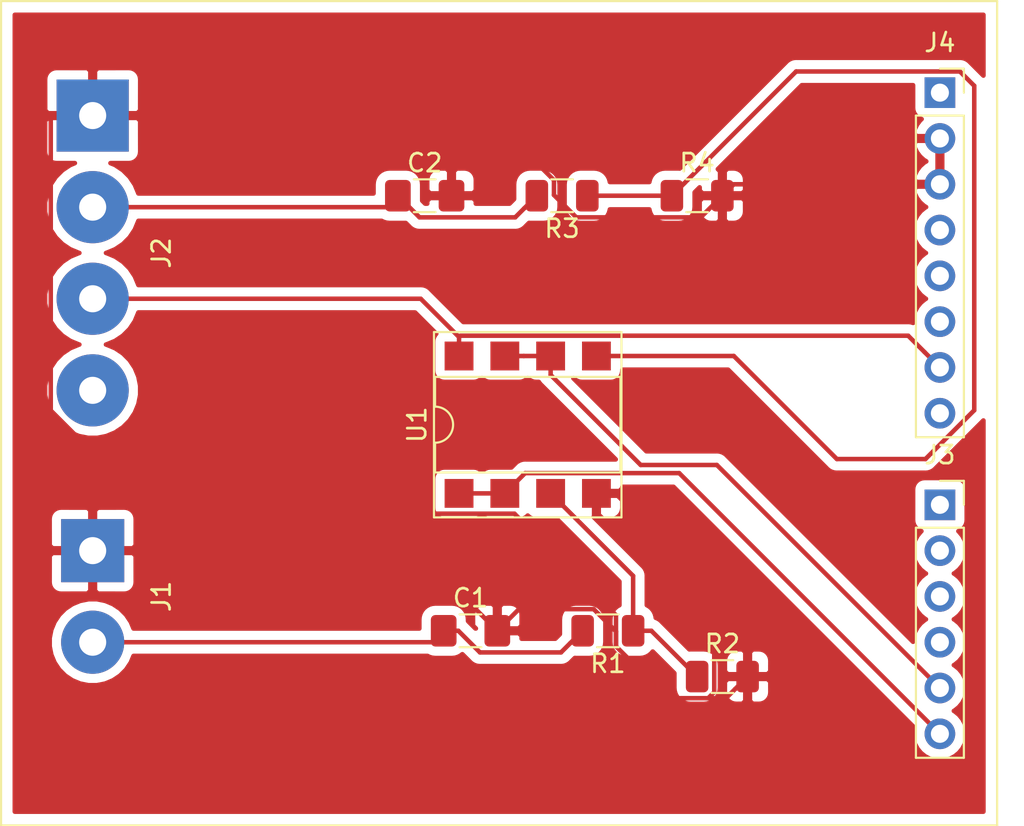
<source format=kicad_pcb>
(kicad_pcb (version 20171130) (host pcbnew "(5.1.4)-1")

  (general
    (thickness 1.6)
    (drawings 4)
    (tracks 82)
    (zones 0)
    (modules 11)
    (nets 18)
  )

  (page A4)
  (layers
    (0 F.Cu signal)
    (31 B.Cu signal)
    (32 B.Adhes user)
    (33 F.Adhes user)
    (34 B.Paste user)
    (35 F.Paste user)
    (36 B.SilkS user)
    (37 F.SilkS user)
    (38 B.Mask user)
    (39 F.Mask user)
    (40 Dwgs.User user)
    (41 Cmts.User user)
    (42 Eco1.User user)
    (43 Eco2.User user)
    (44 Edge.Cuts user)
    (45 Margin user)
    (46 B.CrtYd user)
    (47 F.CrtYd user)
    (48 B.Fab user)
    (49 F.Fab user)
  )

  (setup
    (last_trace_width 0.25)
    (trace_clearance 0.2)
    (zone_clearance 0.508)
    (zone_45_only no)
    (trace_min 0.2)
    (via_size 0.8)
    (via_drill 0.4)
    (via_min_size 0.4)
    (via_min_drill 0.3)
    (uvia_size 0.3)
    (uvia_drill 0.1)
    (uvias_allowed no)
    (uvia_min_size 0.2)
    (uvia_min_drill 0.1)
    (edge_width 0.05)
    (segment_width 0.2)
    (pcb_text_width 0.3)
    (pcb_text_size 1.5 1.5)
    (mod_edge_width 0.12)
    (mod_text_size 1 1)
    (mod_text_width 0.15)
    (pad_size 1.524 1.524)
    (pad_drill 0.762)
    (pad_to_mask_clearance 0.051)
    (solder_mask_min_width 0.25)
    (aux_axis_origin 0 0)
    (visible_elements FFFFFF7F)
    (pcbplotparams
      (layerselection 0x010fc_ffffffff)
      (usegerberextensions false)
      (usegerberattributes false)
      (usegerberadvancedattributes false)
      (creategerberjobfile false)
      (excludeedgelayer true)
      (linewidth 0.100000)
      (plotframeref false)
      (viasonmask false)
      (mode 1)
      (useauxorigin false)
      (hpglpennumber 1)
      (hpglpenspeed 20)
      (hpglpendiameter 15.000000)
      (psnegative false)
      (psa4output false)
      (plotreference true)
      (plotvalue true)
      (plotinvisibletext false)
      (padsonsilk false)
      (subtractmaskfromsilk false)
      (outputformat 1)
      (mirror false)
      (drillshape 1)
      (scaleselection 1)
      (outputdirectory ""))
  )

  (net 0 "")
  (net 1 Vol_Sensor)
  (net 2 GND)
  (net 3 Amp_Sensor)
  (net 4 +3V3)
  (net 5 "Net-(J3-Pad1)")
  (net 6 "Net-(J3-Pad2)")
  (net 7 "Net-(J3-Pad3)")
  (net 8 "Net-(J3-Pad4)")
  (net 9 A1)
  (net 10 A0)
  (net 11 "Net-(J4-Pad1)")
  (net 12 "Net-(J4-Pad4)")
  (net 13 "Net-(J4-Pad5)")
  (net 14 "Net-(J4-Pad6)")
  (net 15 "Net-(J4-Pad8)")
  (net 16 "Net-(R1-Pad1)")
  (net 17 "Net-(R3-Pad1)")

  (net_class Default "Esta es la clase de red por defecto."
    (clearance 0.2)
    (trace_width 0.25)
    (via_dia 0.8)
    (via_drill 0.4)
    (uvia_dia 0.3)
    (uvia_drill 0.1)
    (add_net +3V3)
    (add_net A0)
    (add_net A1)
    (add_net Amp_Sensor)
    (add_net GND)
    (add_net "Net-(J3-Pad1)")
    (add_net "Net-(J3-Pad2)")
    (add_net "Net-(J3-Pad3)")
    (add_net "Net-(J3-Pad4)")
    (add_net "Net-(J4-Pad1)")
    (add_net "Net-(J4-Pad4)")
    (add_net "Net-(J4-Pad5)")
    (add_net "Net-(J4-Pad6)")
    (add_net "Net-(J4-Pad8)")
    (add_net "Net-(R1-Pad1)")
    (add_net "Net-(R3-Pad1)")
    (add_net Vol_Sensor)
  )

  (module Connector_Wire:SolderWirePad_1x02_P5.08mm_Drill1.5mm (layer F.Cu) (tedit 5AEE5F19) (tstamp 5E171639)
    (at 86.995 55.88 270)
    (descr "Wire solder connection")
    (tags connector)
    (path /5E1AD550)
    (attr virtual)
    (fp_text reference J1 (at 2.54 -3.81 90) (layer F.SilkS)
      (effects (font (size 1 1) (thickness 0.15)))
    )
    (fp_text value Conn_01x02 (at 2.54 3.81 90) (layer F.Fab)
      (effects (font (size 1 1) (thickness 0.15)))
    )
    (fp_text user %R (at 2.54 0 90) (layer F.Fab)
      (effects (font (size 1 1) (thickness 0.15)))
    )
    (fp_line (start -2.25 -2.25) (end 7.33 -2.25) (layer F.CrtYd) (width 0.05))
    (fp_line (start -2.25 -2.25) (end -2.25 2.25) (layer F.CrtYd) (width 0.05))
    (fp_line (start 7.33 2.25) (end 7.33 -2.25) (layer F.CrtYd) (width 0.05))
    (fp_line (start 7.33 2.25) (end -2.25 2.25) (layer F.CrtYd) (width 0.05))
    (pad 1 thru_hole rect (at 0 0 270) (size 3.50012 3.50012) (drill 1.50114) (layers *.Cu *.Mask)
      (net 2 GND))
    (pad 2 thru_hole circle (at 5.08 0 270) (size 3.50012 3.50012) (drill 1.50114) (layers *.Cu *.Mask)
      (net 1 Vol_Sensor))
  )

  (module Capacitor_SMD:C_1206_3216Metric_Pad1.42x1.75mm_HandSolder (layer F.Cu) (tedit 5B301BBE) (tstamp 5E17161D)
    (at 107.95 60.325)
    (descr "Capacitor SMD 1206 (3216 Metric), square (rectangular) end terminal, IPC_7351 nominal with elongated pad for handsoldering. (Body size source: http://www.tortai-tech.com/upload/download/2011102023233369053.pdf), generated with kicad-footprint-generator")
    (tags "capacitor handsolder")
    (path /5E0A7951)
    (attr smd)
    (fp_text reference C1 (at 0 -1.82) (layer F.SilkS)
      (effects (font (size 1 1) (thickness 0.15)))
    )
    (fp_text value 0.1uF (at 0 1.82) (layer F.Fab)
      (effects (font (size 1 1) (thickness 0.15)))
    )
    (fp_line (start -1.6 0.8) (end -1.6 -0.8) (layer F.Fab) (width 0.1))
    (fp_line (start -1.6 -0.8) (end 1.6 -0.8) (layer F.Fab) (width 0.1))
    (fp_line (start 1.6 -0.8) (end 1.6 0.8) (layer F.Fab) (width 0.1))
    (fp_line (start 1.6 0.8) (end -1.6 0.8) (layer F.Fab) (width 0.1))
    (fp_line (start -0.602064 -0.91) (end 0.602064 -0.91) (layer F.SilkS) (width 0.12))
    (fp_line (start -0.602064 0.91) (end 0.602064 0.91) (layer F.SilkS) (width 0.12))
    (fp_line (start -2.45 1.12) (end -2.45 -1.12) (layer F.CrtYd) (width 0.05))
    (fp_line (start -2.45 -1.12) (end 2.45 -1.12) (layer F.CrtYd) (width 0.05))
    (fp_line (start 2.45 -1.12) (end 2.45 1.12) (layer F.CrtYd) (width 0.05))
    (fp_line (start 2.45 1.12) (end -2.45 1.12) (layer F.CrtYd) (width 0.05))
    (fp_text user %R (at 0 0) (layer F.Fab)
      (effects (font (size 0.8 0.8) (thickness 0.12)))
    )
    (pad 1 smd roundrect (at -1.4875 0) (size 1.425 1.75) (layers F.Cu F.Paste F.Mask) (roundrect_rratio 0.175439)
      (net 1 Vol_Sensor))
    (pad 2 smd roundrect (at 1.4875 0) (size 1.425 1.75) (layers F.Cu F.Paste F.Mask) (roundrect_rratio 0.175439)
      (net 2 GND))
    (model ${KISYS3DMOD}/Capacitor_SMD.3dshapes/C_1206_3216Metric.wrl
      (at (xyz 0 0 0))
      (scale (xyz 1 1 1))
      (rotate (xyz 0 0 0))
    )
  )

  (module Capacitor_SMD:C_1206_3216Metric_Pad1.42x1.75mm_HandSolder (layer F.Cu) (tedit 5B301BBE) (tstamp 5E17162E)
    (at 105.41 36.195)
    (descr "Capacitor SMD 1206 (3216 Metric), square (rectangular) end terminal, IPC_7351 nominal with elongated pad for handsoldering. (Body size source: http://www.tortai-tech.com/upload/download/2011102023233369053.pdf), generated with kicad-footprint-generator")
    (tags "capacitor handsolder")
    (path /5E184EC5)
    (attr smd)
    (fp_text reference C2 (at 0 -1.82) (layer F.SilkS)
      (effects (font (size 1 1) (thickness 0.15)))
    )
    (fp_text value 0.1uF (at 0 1.82) (layer F.Fab)
      (effects (font (size 1 1) (thickness 0.15)))
    )
    (fp_text user %R (at 0 0) (layer F.Fab)
      (effects (font (size 0.8 0.8) (thickness 0.12)))
    )
    (fp_line (start 2.45 1.12) (end -2.45 1.12) (layer F.CrtYd) (width 0.05))
    (fp_line (start 2.45 -1.12) (end 2.45 1.12) (layer F.CrtYd) (width 0.05))
    (fp_line (start -2.45 -1.12) (end 2.45 -1.12) (layer F.CrtYd) (width 0.05))
    (fp_line (start -2.45 1.12) (end -2.45 -1.12) (layer F.CrtYd) (width 0.05))
    (fp_line (start -0.602064 0.91) (end 0.602064 0.91) (layer F.SilkS) (width 0.12))
    (fp_line (start -0.602064 -0.91) (end 0.602064 -0.91) (layer F.SilkS) (width 0.12))
    (fp_line (start 1.6 0.8) (end -1.6 0.8) (layer F.Fab) (width 0.1))
    (fp_line (start 1.6 -0.8) (end 1.6 0.8) (layer F.Fab) (width 0.1))
    (fp_line (start -1.6 -0.8) (end 1.6 -0.8) (layer F.Fab) (width 0.1))
    (fp_line (start -1.6 0.8) (end -1.6 -0.8) (layer F.Fab) (width 0.1))
    (pad 2 smd roundrect (at 1.4875 0) (size 1.425 1.75) (layers F.Cu F.Paste F.Mask) (roundrect_rratio 0.175439)
      (net 2 GND))
    (pad 1 smd roundrect (at -1.4875 0) (size 1.425 1.75) (layers F.Cu F.Paste F.Mask) (roundrect_rratio 0.175439)
      (net 3 Amp_Sensor))
    (model ${KISYS3DMOD}/Capacitor_SMD.3dshapes/C_1206_3216Metric.wrl
      (at (xyz 0 0 0))
      (scale (xyz 1 1 1))
      (rotate (xyz 0 0 0))
    )
  )

  (module Connector_Wire:SolderWirePad_1x04_P5.08mm_Drill1.5mm (layer F.Cu) (tedit 5AEE6009) (tstamp 5E171646)
    (at 86.995 31.75 270)
    (descr "Wire solder connection")
    (tags connector)
    (path /5E1B71D7)
    (attr virtual)
    (fp_text reference J2 (at 7.62 -3.81 90) (layer F.SilkS)
      (effects (font (size 1 1) (thickness 0.15)))
    )
    (fp_text value Conn_01x03 (at 7.62 3.81 90) (layer F.Fab)
      (effects (font (size 1 1) (thickness 0.15)))
    )
    (fp_text user %R (at 7.62 0 90) (layer F.Fab)
      (effects (font (size 1 1) (thickness 0.15)))
    )
    (fp_line (start -2.5 -2.5) (end 17.74 -2.5) (layer F.CrtYd) (width 0.05))
    (fp_line (start -2.5 -2.5) (end -2.5 2.5) (layer F.CrtYd) (width 0.05))
    (fp_line (start 17.74 2.5) (end 17.74 -2.5) (layer F.CrtYd) (width 0.05))
    (fp_line (start 17.74 2.5) (end -2.5 2.5) (layer F.CrtYd) (width 0.05))
    (pad 1 thru_hole rect (at 0 0 270) (size 4.0005 4.0005) (drill 1.50114) (layers *.Cu *.Mask)
      (net 2 GND))
    (pad 2 thru_hole circle (at 5.08 0 270) (size 4.0005 4.0005) (drill 1.50114) (layers *.Cu *.Mask)
      (net 3 Amp_Sensor))
    (pad 3 thru_hole circle (at 10.16 0 270) (size 4.0005 4.0005) (drill 1.50114) (layers *.Cu *.Mask)
      (net 4 +3V3))
    (pad 4 thru_hole circle (at 15.24 0 270) (size 4.0005 4.0005) (drill 1.50114) (layers *.Cu *.Mask))
  )

  (module Resistor_SMD:R_1206_3216Metric (layer F.Cu) (tedit 5B301BBD) (tstamp 5E171691)
    (at 115.57 60.325 180)
    (descr "Resistor SMD 1206 (3216 Metric), square (rectangular) end terminal, IPC_7351 nominal, (Body size source: http://www.tortai-tech.com/upload/download/2011102023233369053.pdf), generated with kicad-footprint-generator")
    (tags resistor)
    (path /5E0A7286)
    (attr smd)
    (fp_text reference R1 (at 0 -1.82) (layer F.SilkS)
      (effects (font (size 1 1) (thickness 0.15)))
    )
    (fp_text value 22k (at 0 1.82) (layer F.Fab)
      (effects (font (size 1 1) (thickness 0.15)))
    )
    (fp_text user %R (at 0 0) (layer F.Fab)
      (effects (font (size 0.8 0.8) (thickness 0.12)))
    )
    (fp_line (start 2.28 1.12) (end -2.28 1.12) (layer F.CrtYd) (width 0.05))
    (fp_line (start 2.28 -1.12) (end 2.28 1.12) (layer F.CrtYd) (width 0.05))
    (fp_line (start -2.28 -1.12) (end 2.28 -1.12) (layer F.CrtYd) (width 0.05))
    (fp_line (start -2.28 1.12) (end -2.28 -1.12) (layer F.CrtYd) (width 0.05))
    (fp_line (start -0.602064 0.91) (end 0.602064 0.91) (layer F.SilkS) (width 0.12))
    (fp_line (start -0.602064 -0.91) (end 0.602064 -0.91) (layer F.SilkS) (width 0.12))
    (fp_line (start 1.6 0.8) (end -1.6 0.8) (layer F.Fab) (width 0.1))
    (fp_line (start 1.6 -0.8) (end 1.6 0.8) (layer F.Fab) (width 0.1))
    (fp_line (start -1.6 -0.8) (end 1.6 -0.8) (layer F.Fab) (width 0.1))
    (fp_line (start -1.6 0.8) (end -1.6 -0.8) (layer F.Fab) (width 0.1))
    (pad 2 smd roundrect (at 1.4 0 180) (size 1.25 1.75) (layers F.Cu F.Paste F.Mask) (roundrect_rratio 0.2)
      (net 1 Vol_Sensor))
    (pad 1 smd roundrect (at -1.4 0 180) (size 1.25 1.75) (layers F.Cu F.Paste F.Mask) (roundrect_rratio 0.2)
      (net 16 "Net-(R1-Pad1)"))
    (model ${KISYS3DMOD}/Resistor_SMD.3dshapes/R_1206_3216Metric.wrl
      (at (xyz 0 0 0))
      (scale (xyz 1 1 1))
      (rotate (xyz 0 0 0))
    )
  )

  (module Resistor_SMD:R_1206_3216Metric (layer F.Cu) (tedit 5B301BBD) (tstamp 5E1716A2)
    (at 121.92 62.865)
    (descr "Resistor SMD 1206 (3216 Metric), square (rectangular) end terminal, IPC_7351 nominal, (Body size source: http://www.tortai-tech.com/upload/download/2011102023233369053.pdf), generated with kicad-footprint-generator")
    (tags resistor)
    (path /5E0A692C)
    (attr smd)
    (fp_text reference R2 (at 0 -1.82) (layer F.SilkS)
      (effects (font (size 1 1) (thickness 0.15)))
    )
    (fp_text value 3.3k (at 0 1.82) (layer F.Fab)
      (effects (font (size 1 1) (thickness 0.15)))
    )
    (fp_line (start -1.6 0.8) (end -1.6 -0.8) (layer F.Fab) (width 0.1))
    (fp_line (start -1.6 -0.8) (end 1.6 -0.8) (layer F.Fab) (width 0.1))
    (fp_line (start 1.6 -0.8) (end 1.6 0.8) (layer F.Fab) (width 0.1))
    (fp_line (start 1.6 0.8) (end -1.6 0.8) (layer F.Fab) (width 0.1))
    (fp_line (start -0.602064 -0.91) (end 0.602064 -0.91) (layer F.SilkS) (width 0.12))
    (fp_line (start -0.602064 0.91) (end 0.602064 0.91) (layer F.SilkS) (width 0.12))
    (fp_line (start -2.28 1.12) (end -2.28 -1.12) (layer F.CrtYd) (width 0.05))
    (fp_line (start -2.28 -1.12) (end 2.28 -1.12) (layer F.CrtYd) (width 0.05))
    (fp_line (start 2.28 -1.12) (end 2.28 1.12) (layer F.CrtYd) (width 0.05))
    (fp_line (start 2.28 1.12) (end -2.28 1.12) (layer F.CrtYd) (width 0.05))
    (pad 1 smd roundrect (at -1.4 0) (size 1.25 1.75) (layers F.Cu F.Paste F.Mask) (roundrect_rratio 0.2)
      (net 16 "Net-(R1-Pad1)"))
    (pad 2 smd roundrect (at 1.4 0) (size 1.25 1.75) (layers F.Cu F.Paste F.Mask) (roundrect_rratio 0.2)
      (net 2 GND))
    (model ${KISYS3DMOD}/Resistor_SMD.3dshapes/R_1206_3216Metric.wrl
      (at (xyz 0 0 0))
      (scale (xyz 1 1 1))
      (rotate (xyz 0 0 0))
    )
  )

  (module Resistor_SMD:R_1206_3216Metric (layer F.Cu) (tedit 5B301BBD) (tstamp 5E1716B3)
    (at 113.03 36.195 180)
    (descr "Resistor SMD 1206 (3216 Metric), square (rectangular) end terminal, IPC_7351 nominal, (Body size source: http://www.tortai-tech.com/upload/download/2011102023233369053.pdf), generated with kicad-footprint-generator")
    (tags resistor)
    (path /5E184EBB)
    (attr smd)
    (fp_text reference R3 (at 0 -1.82) (layer F.SilkS)
      (effects (font (size 1 1) (thickness 0.15)))
    )
    (fp_text value 22k (at 0 1.82) (layer F.Fab)
      (effects (font (size 1 1) (thickness 0.15)))
    )
    (fp_text user %R (at 0 0) (layer F.Fab)
      (effects (font (size 0.8 0.8) (thickness 0.12)))
    )
    (fp_line (start 2.28 1.12) (end -2.28 1.12) (layer F.CrtYd) (width 0.05))
    (fp_line (start 2.28 -1.12) (end 2.28 1.12) (layer F.CrtYd) (width 0.05))
    (fp_line (start -2.28 -1.12) (end 2.28 -1.12) (layer F.CrtYd) (width 0.05))
    (fp_line (start -2.28 1.12) (end -2.28 -1.12) (layer F.CrtYd) (width 0.05))
    (fp_line (start -0.602064 0.91) (end 0.602064 0.91) (layer F.SilkS) (width 0.12))
    (fp_line (start -0.602064 -0.91) (end 0.602064 -0.91) (layer F.SilkS) (width 0.12))
    (fp_line (start 1.6 0.8) (end -1.6 0.8) (layer F.Fab) (width 0.1))
    (fp_line (start 1.6 -0.8) (end 1.6 0.8) (layer F.Fab) (width 0.1))
    (fp_line (start -1.6 -0.8) (end 1.6 -0.8) (layer F.Fab) (width 0.1))
    (fp_line (start -1.6 0.8) (end -1.6 -0.8) (layer F.Fab) (width 0.1))
    (pad 2 smd roundrect (at 1.4 0 180) (size 1.25 1.75) (layers F.Cu F.Paste F.Mask) (roundrect_rratio 0.2)
      (net 3 Amp_Sensor))
    (pad 1 smd roundrect (at -1.4 0 180) (size 1.25 1.75) (layers F.Cu F.Paste F.Mask) (roundrect_rratio 0.2)
      (net 17 "Net-(R3-Pad1)"))
    (model ${KISYS3DMOD}/Resistor_SMD.3dshapes/R_1206_3216Metric.wrl
      (at (xyz 0 0 0))
      (scale (xyz 1 1 1))
      (rotate (xyz 0 0 0))
    )
  )

  (module Resistor_SMD:R_1206_3216Metric (layer F.Cu) (tedit 5B301BBD) (tstamp 5E1716C4)
    (at 120.52 36.195)
    (descr "Resistor SMD 1206 (3216 Metric), square (rectangular) end terminal, IPC_7351 nominal, (Body size source: http://www.tortai-tech.com/upload/download/2011102023233369053.pdf), generated with kicad-footprint-generator")
    (tags resistor)
    (path /5E184EB1)
    (attr smd)
    (fp_text reference R4 (at 0 -1.82) (layer F.SilkS)
      (effects (font (size 1 1) (thickness 0.15)))
    )
    (fp_text value 3.3k (at 0 1.82) (layer F.Fab)
      (effects (font (size 1 1) (thickness 0.15)))
    )
    (fp_line (start -1.6 0.8) (end -1.6 -0.8) (layer F.Fab) (width 0.1))
    (fp_line (start -1.6 -0.8) (end 1.6 -0.8) (layer F.Fab) (width 0.1))
    (fp_line (start 1.6 -0.8) (end 1.6 0.8) (layer F.Fab) (width 0.1))
    (fp_line (start 1.6 0.8) (end -1.6 0.8) (layer F.Fab) (width 0.1))
    (fp_line (start -0.602064 -0.91) (end 0.602064 -0.91) (layer F.SilkS) (width 0.12))
    (fp_line (start -0.602064 0.91) (end 0.602064 0.91) (layer F.SilkS) (width 0.12))
    (fp_line (start -2.28 1.12) (end -2.28 -1.12) (layer F.CrtYd) (width 0.05))
    (fp_line (start -2.28 -1.12) (end 2.28 -1.12) (layer F.CrtYd) (width 0.05))
    (fp_line (start 2.28 -1.12) (end 2.28 1.12) (layer F.CrtYd) (width 0.05))
    (fp_line (start 2.28 1.12) (end -2.28 1.12) (layer F.CrtYd) (width 0.05))
    (fp_text user %R (at 0 0) (layer F.Fab)
      (effects (font (size 0.8 0.8) (thickness 0.12)))
    )
    (pad 1 smd roundrect (at -1.4 0) (size 1.25 1.75) (layers F.Cu F.Paste F.Mask) (roundrect_rratio 0.2)
      (net 17 "Net-(R3-Pad1)"))
    (pad 2 smd roundrect (at 1.4 0) (size 1.25 1.75) (layers F.Cu F.Paste F.Mask) (roundrect_rratio 0.2)
      (net 2 GND))
    (model ${KISYS3DMOD}/Resistor_SMD.3dshapes/R_1206_3216Metric.wrl
      (at (xyz 0 0 0))
      (scale (xyz 1 1 1))
      (rotate (xyz 0 0 0))
    )
  )

  (module Package_DIP:DIP-8_W7.62mm_SMDSocket_SmallPads (layer F.Cu) (tedit 5A02E8C5) (tstamp 5E1716E8)
    (at 111.125 48.895 90)
    (descr "8-lead though-hole mounted DIP package, row spacing 7.62 mm (300 mils), SMDSocket, SmallPads")
    (tags "THT DIP DIL PDIP 2.54mm 7.62mm 300mil SMDSocket SmallPads")
    (path /5E176609)
    (attr smd)
    (fp_text reference U1 (at 0 -6.14 90) (layer F.SilkS)
      (effects (font (size 1 1) (thickness 0.15)))
    )
    (fp_text value LM358 (at 0 6.14 90) (layer F.Fab)
      (effects (font (size 1 1) (thickness 0.15)))
    )
    (fp_arc (start 0 -5.14) (end -1 -5.14) (angle -180) (layer F.SilkS) (width 0.12))
    (fp_line (start -2.175 -5.08) (end 3.175 -5.08) (layer F.Fab) (width 0.1))
    (fp_line (start 3.175 -5.08) (end 3.175 5.08) (layer F.Fab) (width 0.1))
    (fp_line (start 3.175 5.08) (end -3.175 5.08) (layer F.Fab) (width 0.1))
    (fp_line (start -3.175 5.08) (end -3.175 -4.08) (layer F.Fab) (width 0.1))
    (fp_line (start -3.175 -4.08) (end -2.175 -5.08) (layer F.Fab) (width 0.1))
    (fp_line (start -5.08 -5.14) (end -5.08 5.14) (layer F.Fab) (width 0.1))
    (fp_line (start -5.08 5.14) (end 5.08 5.14) (layer F.Fab) (width 0.1))
    (fp_line (start 5.08 5.14) (end 5.08 -5.14) (layer F.Fab) (width 0.1))
    (fp_line (start 5.08 -5.14) (end -5.08 -5.14) (layer F.Fab) (width 0.1))
    (fp_line (start -1 -5.14) (end -2.65 -5.14) (layer F.SilkS) (width 0.12))
    (fp_line (start -2.65 -5.14) (end -2.65 5.14) (layer F.SilkS) (width 0.12))
    (fp_line (start -2.65 5.14) (end 2.65 5.14) (layer F.SilkS) (width 0.12))
    (fp_line (start 2.65 5.14) (end 2.65 -5.14) (layer F.SilkS) (width 0.12))
    (fp_line (start 2.65 -5.14) (end 1 -5.14) (layer F.SilkS) (width 0.12))
    (fp_line (start -5.14 -5.2) (end -5.14 5.2) (layer F.SilkS) (width 0.12))
    (fp_line (start -5.14 5.2) (end 5.14 5.2) (layer F.SilkS) (width 0.12))
    (fp_line (start 5.14 5.2) (end 5.14 -5.2) (layer F.SilkS) (width 0.12))
    (fp_line (start 5.14 -5.2) (end -5.14 -5.2) (layer F.SilkS) (width 0.12))
    (fp_line (start -5.35 -5.4) (end -5.35 5.4) (layer F.CrtYd) (width 0.05))
    (fp_line (start -5.35 5.4) (end 5.35 5.4) (layer F.CrtYd) (width 0.05))
    (fp_line (start 5.35 5.4) (end 5.35 -5.4) (layer F.CrtYd) (width 0.05))
    (fp_line (start 5.35 -5.4) (end -5.35 -5.4) (layer F.CrtYd) (width 0.05))
    (fp_text user %R (at 0 0 90) (layer F.Fab)
      (effects (font (size 1 1) (thickness 0.15)))
    )
    (pad 1 smd rect (at -3.81 -3.81 90) (size 1.6 1.6) (layers F.Cu F.Paste F.Mask)
      (net 10 A0))
    (pad 5 smd rect (at 3.81 3.81 90) (size 1.6 1.6) (layers F.Cu F.Paste F.Mask)
      (net 17 "Net-(R3-Pad1)"))
    (pad 2 smd rect (at -3.81 -1.27 90) (size 1.6 1.6) (layers F.Cu F.Paste F.Mask)
      (net 10 A0))
    (pad 6 smd rect (at 3.81 1.27 90) (size 1.6 1.6) (layers F.Cu F.Paste F.Mask)
      (net 9 A1))
    (pad 3 smd rect (at -3.81 1.27 90) (size 1.6 1.6) (layers F.Cu F.Paste F.Mask)
      (net 16 "Net-(R1-Pad1)"))
    (pad 7 smd rect (at 3.81 -1.27 90) (size 1.6 1.6) (layers F.Cu F.Paste F.Mask)
      (net 9 A1))
    (pad 4 smd rect (at -3.81 3.81 90) (size 1.6 1.6) (layers F.Cu F.Paste F.Mask)
      (net 2 GND))
    (pad 8 smd rect (at 3.81 -3.81 90) (size 1.6 1.6) (layers F.Cu F.Paste F.Mask)
      (net 4 +3V3))
    (model ${KISYS3DMOD}/Package_DIP.3dshapes/DIP-8_W7.62mm_SMDSocket.wrl
      (at (xyz 0 0 0))
      (scale (xyz 1 1 1))
      (rotate (xyz 0 0 0))
    )
  )

  (module Connector_PinSocket_2.54mm:PinSocket_1x06_P2.54mm_Vertical (layer F.Cu) (tedit 5A19A430) (tstamp 5E172F12)
    (at 133.985 53.34)
    (descr "Through hole straight socket strip, 1x06, 2.54mm pitch, single row (from Kicad 4.0.7), script generated")
    (tags "Through hole socket strip THT 1x06 2.54mm single row")
    (path /5E1A590D)
    (fp_text reference J3 (at 0 -2.77) (layer F.SilkS)
      (effects (font (size 1 1) (thickness 0.15)))
    )
    (fp_text value Conn_01x06 (at 0 15.47) (layer F.Fab)
      (effects (font (size 1 1) (thickness 0.15)))
    )
    (fp_line (start -1.27 -1.27) (end 0.635 -1.27) (layer F.Fab) (width 0.1))
    (fp_line (start 0.635 -1.27) (end 1.27 -0.635) (layer F.Fab) (width 0.1))
    (fp_line (start 1.27 -0.635) (end 1.27 13.97) (layer F.Fab) (width 0.1))
    (fp_line (start 1.27 13.97) (end -1.27 13.97) (layer F.Fab) (width 0.1))
    (fp_line (start -1.27 13.97) (end -1.27 -1.27) (layer F.Fab) (width 0.1))
    (fp_line (start -1.33 1.27) (end 1.33 1.27) (layer F.SilkS) (width 0.12))
    (fp_line (start -1.33 1.27) (end -1.33 14.03) (layer F.SilkS) (width 0.12))
    (fp_line (start -1.33 14.03) (end 1.33 14.03) (layer F.SilkS) (width 0.12))
    (fp_line (start 1.33 1.27) (end 1.33 14.03) (layer F.SilkS) (width 0.12))
    (fp_line (start 1.33 -1.33) (end 1.33 0) (layer F.SilkS) (width 0.12))
    (fp_line (start 0 -1.33) (end 1.33 -1.33) (layer F.SilkS) (width 0.12))
    (fp_line (start -1.8 -1.8) (end 1.75 -1.8) (layer F.CrtYd) (width 0.05))
    (fp_line (start 1.75 -1.8) (end 1.75 14.45) (layer F.CrtYd) (width 0.05))
    (fp_line (start 1.75 14.45) (end -1.8 14.45) (layer F.CrtYd) (width 0.05))
    (fp_line (start -1.8 14.45) (end -1.8 -1.8) (layer F.CrtYd) (width 0.05))
    (fp_text user %R (at 0 6.35 90) (layer F.Fab)
      (effects (font (size 1 1) (thickness 0.15)))
    )
    (pad 1 thru_hole rect (at 0 0) (size 1.7 1.7) (drill 1) (layers *.Cu *.Mask)
      (net 5 "Net-(J3-Pad1)"))
    (pad 2 thru_hole oval (at 0 2.54) (size 1.7 1.7) (drill 1) (layers *.Cu *.Mask)
      (net 6 "Net-(J3-Pad2)"))
    (pad 3 thru_hole oval (at 0 5.08) (size 1.7 1.7) (drill 1) (layers *.Cu *.Mask)
      (net 7 "Net-(J3-Pad3)"))
    (pad 4 thru_hole oval (at 0 7.62) (size 1.7 1.7) (drill 1) (layers *.Cu *.Mask)
      (net 8 "Net-(J3-Pad4)"))
    (pad 5 thru_hole oval (at 0 10.16) (size 1.7 1.7) (drill 1) (layers *.Cu *.Mask)
      (net 9 A1))
    (pad 6 thru_hole oval (at 0 12.7) (size 1.7 1.7) (drill 1) (layers *.Cu *.Mask)
      (net 10 A0))
    (model ${KISYS3DMOD}/Connector_PinSocket_2.54mm.3dshapes/PinSocket_1x06_P2.54mm_Vertical.wrl
      (at (xyz 0 0 0))
      (scale (xyz 1 1 1))
      (rotate (xyz 0 0 0))
    )
  )

  (module Connector_PinSocket_2.54mm:PinSocket_1x08_P2.54mm_Vertical (layer F.Cu) (tedit 5A19A420) (tstamp 5E172F2B)
    (at 133.985 30.48)
    (descr "Through hole straight socket strip, 1x08, 2.54mm pitch, single row (from Kicad 4.0.7), script generated")
    (tags "Through hole socket strip THT 1x08 2.54mm single row")
    (path /5E1A6946)
    (fp_text reference J4 (at 0 -2.77) (layer F.SilkS)
      (effects (font (size 1 1) (thickness 0.15)))
    )
    (fp_text value Conn_01x08 (at 0 20.55) (layer F.Fab)
      (effects (font (size 1 1) (thickness 0.15)))
    )
    (fp_line (start -1.27 -1.27) (end 0.635 -1.27) (layer F.Fab) (width 0.1))
    (fp_line (start 0.635 -1.27) (end 1.27 -0.635) (layer F.Fab) (width 0.1))
    (fp_line (start 1.27 -0.635) (end 1.27 19.05) (layer F.Fab) (width 0.1))
    (fp_line (start 1.27 19.05) (end -1.27 19.05) (layer F.Fab) (width 0.1))
    (fp_line (start -1.27 19.05) (end -1.27 -1.27) (layer F.Fab) (width 0.1))
    (fp_line (start -1.33 1.27) (end 1.33 1.27) (layer F.SilkS) (width 0.12))
    (fp_line (start -1.33 1.27) (end -1.33 19.11) (layer F.SilkS) (width 0.12))
    (fp_line (start -1.33 19.11) (end 1.33 19.11) (layer F.SilkS) (width 0.12))
    (fp_line (start 1.33 1.27) (end 1.33 19.11) (layer F.SilkS) (width 0.12))
    (fp_line (start 1.33 -1.33) (end 1.33 0) (layer F.SilkS) (width 0.12))
    (fp_line (start 0 -1.33) (end 1.33 -1.33) (layer F.SilkS) (width 0.12))
    (fp_line (start -1.8 -1.8) (end 1.75 -1.8) (layer F.CrtYd) (width 0.05))
    (fp_line (start 1.75 -1.8) (end 1.75 19.55) (layer F.CrtYd) (width 0.05))
    (fp_line (start 1.75 19.55) (end -1.8 19.55) (layer F.CrtYd) (width 0.05))
    (fp_line (start -1.8 19.55) (end -1.8 -1.8) (layer F.CrtYd) (width 0.05))
    (fp_text user %R (at 0 8.89 90) (layer F.Fab)
      (effects (font (size 1 1) (thickness 0.15)))
    )
    (pad 1 thru_hole rect (at 0 0) (size 1.7 1.7) (drill 1) (layers *.Cu *.Mask)
      (net 11 "Net-(J4-Pad1)"))
    (pad 2 thru_hole oval (at 0 2.54) (size 1.7 1.7) (drill 1) (layers *.Cu *.Mask)
      (net 2 GND))
    (pad 3 thru_hole oval (at 0 5.08) (size 1.7 1.7) (drill 1) (layers *.Cu *.Mask)
      (net 2 GND))
    (pad 4 thru_hole oval (at 0 7.62) (size 1.7 1.7) (drill 1) (layers *.Cu *.Mask)
      (net 12 "Net-(J4-Pad4)"))
    (pad 5 thru_hole oval (at 0 10.16) (size 1.7 1.7) (drill 1) (layers *.Cu *.Mask)
      (net 13 "Net-(J4-Pad5)"))
    (pad 6 thru_hole oval (at 0 12.7) (size 1.7 1.7) (drill 1) (layers *.Cu *.Mask)
      (net 14 "Net-(J4-Pad6)"))
    (pad 7 thru_hole oval (at 0 15.24) (size 1.7 1.7) (drill 1) (layers *.Cu *.Mask)
      (net 4 +3V3))
    (pad 8 thru_hole oval (at 0 17.78) (size 1.7 1.7) (drill 1) (layers *.Cu *.Mask)
      (net 15 "Net-(J4-Pad8)"))
    (model ${KISYS3DMOD}/Connector_PinSocket_2.54mm.3dshapes/PinSocket_1x08_P2.54mm_Vertical.wrl
      (at (xyz 0 0 0))
      (scale (xyz 1 1 1))
      (rotate (xyz 0 0 0))
    )
  )

  (gr_line (start 81.915 71.12) (end 81.915 25.4) (layer F.SilkS) (width 0.12) (tstamp 5E173669))
  (gr_line (start 137.16 71.12) (end 81.915 71.12) (layer F.SilkS) (width 0.12))
  (gr_line (start 137.16 25.4) (end 137.16 71.12) (layer F.SilkS) (width 0.12))
  (gr_line (start 81.915 25.4) (end 137.16 25.4) (layer F.SilkS) (width 0.12))

  (segment (start 105.8275 60.96) (end 106.4625 60.325) (width 0.25) (layer F.Cu) (net 1))
  (segment (start 86.995 60.96) (end 105.8275 60.96) (width 0.25) (layer F.Cu) (net 1))
  (segment (start 113.47429 61.02071) (end 114.17 60.325) (width 0.25) (layer F.Cu) (net 1))
  (segment (start 112.96999 61.52501) (end 113.47429 61.02071) (width 0.25) (layer F.Cu) (net 1))
  (segment (start 108.47501 61.52501) (end 112.96999 61.52501) (width 0.25) (layer F.Cu) (net 1))
  (segment (start 107.275 60.325) (end 108.47501 61.52501) (width 0.25) (layer F.Cu) (net 1))
  (segment (start 106.4625 60.325) (end 107.275 60.325) (width 0.25) (layer F.Cu) (net 1))
  (segment (start 115.985 52.705) (end 114.935 52.705) (width 0.25) (layer F.Cu) (net 2))
  (segment (start 123.32 60.04) (end 115.985 52.705) (width 0.25) (layer F.Cu) (net 2))
  (segment (start 123.32 62.865) (end 123.32 60.04) (width 0.25) (layer F.Cu) (net 2))
  (segment (start 104.9925 55.88) (end 109.4375 60.325) (width 0.25) (layer F.Cu) (net 2))
  (segment (start 86.995 55.88) (end 104.9925 55.88) (width 0.25) (layer F.Cu) (net 2))
  (segment (start 122.11999 64.06501) (end 122.62429 63.56071) (width 0.25) (layer F.Cu) (net 2))
  (segment (start 116.01999 60.3618) (end 116.01999 61.18818) (width 0.25) (layer F.Cu) (net 2))
  (segment (start 114.78318 59.12499) (end 116.01999 60.3618) (width 0.25) (layer F.Cu) (net 2))
  (segment (start 122.62429 63.56071) (end 123.32 62.865) (width 0.25) (layer F.Cu) (net 2))
  (segment (start 110.63751 59.12499) (end 114.78318 59.12499) (width 0.25) (layer F.Cu) (net 2))
  (segment (start 118.89682 64.06501) (end 122.11999 64.06501) (width 0.25) (layer F.Cu) (net 2))
  (segment (start 109.4375 60.325) (end 110.63751 59.12499) (width 0.25) (layer F.Cu) (net 2))
  (segment (start 122.555 35.56) (end 121.92 36.195) (width 0.25) (layer F.Cu) (net 2))
  (segment (start 133.985 35.56) (end 122.555 35.56) (width 0.25) (layer F.Cu) (net 2))
  (segment (start 133.985 33.02) (end 133.985 35.56) (width 0.25) (layer F.Cu) (net 2))
  (segment (start 89.24525 31.75) (end 86.995 31.75) (width 0.25) (layer F.Cu) (net 2))
  (segment (start 108.99819 31.75) (end 89.24525 31.75) (width 0.25) (layer F.Cu) (net 2))
  (segment (start 112.58001 35.33182) (end 108.99819 31.75) (width 0.25) (layer F.Cu) (net 2))
  (segment (start 112.58001 36.1582) (end 112.58001 35.33182) (width 0.25) (layer F.Cu) (net 2))
  (segment (start 120.71999 37.39501) (end 113.81682 37.39501) (width 0.25) (layer F.Cu) (net 2))
  (segment (start 113.81682 37.39501) (end 112.58001 36.1582) (width 0.25) (layer F.Cu) (net 2))
  (segment (start 121.92 36.195) (end 120.71999 37.39501) (width 0.25) (layer F.Cu) (net 2))
  (segment (start 106.8975 36.195) (end 106.8975 33.4375) (width 0.25) (layer F.Cu) (net 2))
  (segment (start 108.585 31.75) (end 108.99819 31.75) (width 0.25) (layer F.Cu) (net 2))
  (segment (start 106.8975 33.4375) (end 108.585 31.75) (width 0.25) (layer F.Cu) (net 2))
  (segment (start 84.669749 48.106121) (end 84.669749 31.825001) (width 0.25) (layer F.Cu) (net 2))
  (segment (start 90.393629 53.830001) (end 84.669749 48.106121) (width 0.25) (layer F.Cu) (net 2))
  (segment (start 84.74475 31.75) (end 86.995 31.75) (width 0.25) (layer F.Cu) (net 2))
  (segment (start 110.388171 53.830001) (end 90.393629 53.830001) (width 0.25) (layer F.Cu) (net 2))
  (segment (start 116.01999 59.46182) (end 110.388171 53.830001) (width 0.25) (layer F.Cu) (net 2))
  (segment (start 116.01999 61.18818) (end 116.01999 59.46182) (width 0.25) (layer F.Cu) (net 2))
  (segment (start 84.669749 31.825001) (end 84.74475 31.75) (width 0.25) (layer F.Cu) (net 2))
  (segment (start 118.89682 64.06501) (end 116.01999 61.18818) (width 0.25) (layer F.Cu) (net 2))
  (segment (start 121.13318 64.06501) (end 118.89682 64.06501) (width 0.25) (layer F.Cu) (net 2))
  (segment (start 121.47001 63.72818) (end 121.13318 64.06501) (width 0.25) (layer F.Cu) (net 2))
  (segment (start 121.47001 60.29001) (end 121.47001 63.72818) (width 0.25) (layer F.Cu) (net 2))
  (segment (start 114.935 53.755) (end 121.47001 60.29001) (width 0.25) (layer F.Cu) (net 2))
  (segment (start 114.935 52.705) (end 114.935 53.755) (width 0.25) (layer F.Cu) (net 2))
  (segment (start 103.2875 36.83) (end 103.9225 36.195) (width 0.25) (layer F.Cu) (net 3))
  (segment (start 86.995 36.83) (end 103.2875 36.83) (width 0.25) (layer F.Cu) (net 3))
  (segment (start 110.93429 36.89071) (end 111.63 36.195) (width 0.25) (layer F.Cu) (net 3))
  (segment (start 110.42999 37.39501) (end 110.93429 36.89071) (width 0.25) (layer F.Cu) (net 3))
  (segment (start 105.12251 37.39501) (end 110.42999 37.39501) (width 0.25) (layer F.Cu) (net 3))
  (segment (start 103.9225 36.195) (end 105.12251 37.39501) (width 0.25) (layer F.Cu) (net 3))
  (segment (start 105.19 41.91) (end 107.315 44.035) (width 0.25) (layer F.Cu) (net 4))
  (segment (start 86.995 41.91) (end 105.19 41.91) (width 0.25) (layer F.Cu) (net 4))
  (segment (start 133.135001 44.870001) (end 133.985 45.72) (width 0.25) (layer F.Cu) (net 4))
  (segment (start 132.224999 43.959999) (end 133.135001 44.870001) (width 0.25) (layer F.Cu) (net 4))
  (segment (start 107.390001 43.959999) (end 132.224999 43.959999) (width 0.25) (layer F.Cu) (net 4))
  (segment (start 107.315 44.035) (end 107.390001 43.959999) (width 0.25) (layer F.Cu) (net 4))
  (segment (start 107.315 45.085) (end 107.315 44.035) (width 0.25) (layer F.Cu) (net 4))
  (segment (start 112.395 46.135) (end 112.395 45.085) (width 0.25) (layer F.Cu) (net 9))
  (segment (start 117.389989 51.129989) (end 112.395 46.135) (width 0.25) (layer F.Cu) (net 9))
  (segment (start 121.614989 51.129989) (end 117.389989 51.129989) (width 0.25) (layer F.Cu) (net 9))
  (segment (start 133.985 63.5) (end 121.614989 51.129989) (width 0.25) (layer F.Cu) (net 9))
  (segment (start 110.905 45.085) (end 112.395 45.085) (width 0.25) (layer F.Cu) (net 9))
  (segment (start 109.855 45.085) (end 110.905 45.085) (width 0.25) (layer F.Cu) (net 9))
  (segment (start 110.980001 51.579999) (end 109.855 52.705) (width 0.25) (layer F.Cu) (net 10))
  (segment (start 133.985 66.04) (end 119.524999 51.579999) (width 0.25) (layer F.Cu) (net 10))
  (segment (start 119.524999 51.579999) (end 110.980001 51.579999) (width 0.25) (layer F.Cu) (net 10))
  (segment (start 109.855 52.705) (end 107.315 52.705) (width 0.25) (layer F.Cu) (net 10))
  (segment (start 117.98 60.325) (end 120.52 62.865) (width 0.25) (layer F.Cu) (net 16))
  (segment (start 116.97 60.325) (end 117.98 60.325) (width 0.25) (layer F.Cu) (net 16))
  (segment (start 116.97 57.28) (end 112.395 52.705) (width 0.25) (layer F.Cu) (net 16))
  (segment (start 116.97 60.325) (end 116.97 57.28) (width 0.25) (layer F.Cu) (net 16))
  (segment (start 114.935 45.085) (end 122.555 45.085) (width 0.25) (layer F.Cu) (net 17))
  (segment (start 122.555 45.085) (end 128.27 50.8) (width 0.25) (layer F.Cu) (net 17))
  (segment (start 133.184002 50.8) (end 135.89 48.094002) (width 0.25) (layer F.Cu) (net 17))
  (segment (start 128.27 50.8) (end 133.184002 50.8) (width 0.25) (layer F.Cu) (net 17))
  (segment (start 119.81571 35.49929) (end 119.12 36.195) (width 0.25) (layer F.Cu) (net 17))
  (segment (start 126.010001 29.304999) (end 119.81571 35.49929) (width 0.25) (layer F.Cu) (net 17))
  (segment (start 135.095001 29.304999) (end 126.010001 29.304999) (width 0.25) (layer F.Cu) (net 17))
  (segment (start 135.89 30.099998) (end 135.095001 29.304999) (width 0.25) (layer F.Cu) (net 17))
  (segment (start 135.89 48.094002) (end 135.89 30.099998) (width 0.25) (layer F.Cu) (net 17))
  (segment (start 114.43 36.195) (end 119.12 36.195) (width 0.25) (layer F.Cu) (net 17))

  (zone (net 2) (net_name GND) (layer F.Cu) (tstamp 0) (hatch edge 0.508)
    (connect_pads (clearance 0.508))
    (min_thickness 0.254)
    (fill yes (arc_segments 32) (thermal_gap 0.508) (thermal_bridge_width 0.508))
    (polygon
      (pts
        (xy 82.55 26.035) (xy 136.525 26.035) (xy 136.525 70.485) (xy 82.55 70.485)
      )
    )
    (filled_polygon
      (pts
        (xy 136.398 29.533197) (xy 135.658804 28.794001) (xy 135.635002 28.764998) (xy 135.519277 28.670025) (xy 135.387248 28.599453)
        (xy 135.243987 28.555996) (xy 135.132334 28.544999) (xy 135.132323 28.544999) (xy 135.095001 28.541323) (xy 135.057679 28.544999)
        (xy 126.047323 28.544999) (xy 126.01 28.541323) (xy 125.972677 28.544999) (xy 125.972668 28.544999) (xy 125.861015 28.555996)
        (xy 125.717754 28.599453) (xy 125.585725 28.670025) (xy 125.47 28.764998) (xy 125.446202 28.793996) (xy 119.552598 34.687601)
        (xy 119.495 34.681928) (xy 118.745 34.681928) (xy 118.571746 34.698992) (xy 118.40515 34.749528) (xy 118.251614 34.831595)
        (xy 118.117038 34.942038) (xy 118.006595 35.076614) (xy 117.924528 35.23015) (xy 117.873992 35.396746) (xy 117.870224 35.435)
        (xy 115.679776 35.435) (xy 115.676008 35.396746) (xy 115.625472 35.23015) (xy 115.543405 35.076614) (xy 115.432962 34.942038)
        (xy 115.298386 34.831595) (xy 115.14485 34.749528) (xy 114.978254 34.698992) (xy 114.805 34.681928) (xy 114.055 34.681928)
        (xy 113.881746 34.698992) (xy 113.71515 34.749528) (xy 113.561614 34.831595) (xy 113.427038 34.942038) (xy 113.316595 35.076614)
        (xy 113.234528 35.23015) (xy 113.183992 35.396746) (xy 113.166928 35.57) (xy 113.166928 36.82) (xy 113.183992 36.993254)
        (xy 113.234528 37.15985) (xy 113.316595 37.313386) (xy 113.427038 37.447962) (xy 113.561614 37.558405) (xy 113.71515 37.640472)
        (xy 113.881746 37.691008) (xy 114.055 37.708072) (xy 114.805 37.708072) (xy 114.978254 37.691008) (xy 115.14485 37.640472)
        (xy 115.298386 37.558405) (xy 115.432962 37.447962) (xy 115.543405 37.313386) (xy 115.625472 37.15985) (xy 115.676008 36.993254)
        (xy 115.679776 36.955) (xy 117.870224 36.955) (xy 117.873992 36.993254) (xy 117.924528 37.15985) (xy 118.006595 37.313386)
        (xy 118.117038 37.447962) (xy 118.251614 37.558405) (xy 118.40515 37.640472) (xy 118.571746 37.691008) (xy 118.745 37.708072)
        (xy 119.495 37.708072) (xy 119.668254 37.691008) (xy 119.83485 37.640472) (xy 119.988386 37.558405) (xy 120.122962 37.447962)
        (xy 120.233405 37.313386) (xy 120.315472 37.15985) (xy 120.342727 37.07) (xy 120.656928 37.07) (xy 120.669188 37.194482)
        (xy 120.705498 37.31418) (xy 120.764463 37.424494) (xy 120.843815 37.521185) (xy 120.940506 37.600537) (xy 121.05082 37.659502)
        (xy 121.170518 37.695812) (xy 121.295 37.708072) (xy 121.63425 37.705) (xy 121.793 37.54625) (xy 121.793 36.322)
        (xy 122.047 36.322) (xy 122.047 37.54625) (xy 122.20575 37.705) (xy 122.545 37.708072) (xy 122.669482 37.695812)
        (xy 122.78918 37.659502) (xy 122.899494 37.600537) (xy 122.996185 37.521185) (xy 123.075537 37.424494) (xy 123.134502 37.31418)
        (xy 123.170812 37.194482) (xy 123.183072 37.07) (xy 123.18 36.48075) (xy 123.02125 36.322) (xy 122.047 36.322)
        (xy 121.793 36.322) (xy 120.81875 36.322) (xy 120.66 36.48075) (xy 120.656928 37.07) (xy 120.342727 37.07)
        (xy 120.366008 36.993254) (xy 120.383072 36.82) (xy 120.383072 36.006729) (xy 120.659069 35.730732) (xy 120.66 35.90925)
        (xy 120.81875 36.068) (xy 121.793 36.068) (xy 121.793 34.84375) (xy 122.047 34.84375) (xy 122.047 36.068)
        (xy 123.02125 36.068) (xy 123.18 35.90925) (xy 123.183072 35.32) (xy 123.170812 35.195518) (xy 123.134502 35.07582)
        (xy 123.075537 34.965506) (xy 122.996185 34.868815) (xy 122.899494 34.789463) (xy 122.78918 34.730498) (xy 122.669482 34.694188)
        (xy 122.545 34.681928) (xy 122.20575 34.685) (xy 122.047 34.84375) (xy 121.793 34.84375) (xy 121.669526 34.720276)
        (xy 123.012912 33.37689) (xy 132.543524 33.37689) (xy 132.588175 33.524099) (xy 132.713359 33.78692) (xy 132.887412 34.020269)
        (xy 133.103645 34.215178) (xy 133.229255 34.29) (xy 133.103645 34.364822) (xy 132.887412 34.559731) (xy 132.713359 34.79308)
        (xy 132.588175 35.055901) (xy 132.543524 35.20311) (xy 132.664845 35.433) (xy 133.858 35.433) (xy 133.858 33.147)
        (xy 132.664845 33.147) (xy 132.543524 33.37689) (xy 123.012912 33.37689) (xy 126.324803 30.064999) (xy 132.496928 30.064999)
        (xy 132.496928 31.33) (xy 132.509188 31.454482) (xy 132.545498 31.57418) (xy 132.604463 31.684494) (xy 132.683815 31.781185)
        (xy 132.780506 31.860537) (xy 132.89082 31.919502) (xy 132.971466 31.943966) (xy 132.887412 32.019731) (xy 132.713359 32.25308)
        (xy 132.588175 32.515901) (xy 132.543524 32.66311) (xy 132.664845 32.893) (xy 133.858 32.893) (xy 133.858 32.873)
        (xy 134.112 32.873) (xy 134.112 32.893) (xy 134.132 32.893) (xy 134.132 33.147) (xy 134.112 33.147)
        (xy 134.112 35.433) (xy 134.132 35.433) (xy 134.132 35.687) (xy 134.112 35.687) (xy 134.112 35.707)
        (xy 133.858 35.707) (xy 133.858 35.687) (xy 132.664845 35.687) (xy 132.543524 35.91689) (xy 132.588175 36.064099)
        (xy 132.713359 36.32692) (xy 132.887412 36.560269) (xy 133.103645 36.755178) (xy 133.220523 36.824799) (xy 133.155986 36.859294)
        (xy 132.929866 37.044866) (xy 132.744294 37.270986) (xy 132.606401 37.528966) (xy 132.521487 37.808889) (xy 132.492815 38.1)
        (xy 132.521487 38.391111) (xy 132.606401 38.671034) (xy 132.744294 38.929014) (xy 132.929866 39.155134) (xy 133.155986 39.340706)
        (xy 133.210791 39.37) (xy 133.155986 39.399294) (xy 132.929866 39.584866) (xy 132.744294 39.810986) (xy 132.606401 40.068966)
        (xy 132.521487 40.348889) (xy 132.492815 40.64) (xy 132.521487 40.931111) (xy 132.606401 41.211034) (xy 132.744294 41.469014)
        (xy 132.929866 41.695134) (xy 133.155986 41.880706) (xy 133.210791 41.91) (xy 133.155986 41.939294) (xy 132.929866 42.124866)
        (xy 132.744294 42.350986) (xy 132.606401 42.608966) (xy 132.521487 42.888889) (xy 132.492815 43.18) (xy 132.499621 43.249107)
        (xy 132.373985 43.210996) (xy 132.262332 43.199999) (xy 132.262321 43.199999) (xy 132.224999 43.196323) (xy 132.187677 43.199999)
        (xy 107.554801 43.199999) (xy 105.753804 41.399003) (xy 105.730001 41.369999) (xy 105.614276 41.275026) (xy 105.482247 41.204454)
        (xy 105.338986 41.160997) (xy 105.227333 41.15) (xy 105.227322 41.15) (xy 105.19 41.146324) (xy 105.152678 41.15)
        (xy 89.530704 41.15) (xy 89.528979 41.141326) (xy 89.330328 40.661741) (xy 89.041932 40.230126) (xy 88.674874 39.863068)
        (xy 88.243259 39.574672) (xy 87.763674 39.376021) (xy 87.733404 39.37) (xy 87.763674 39.363979) (xy 88.243259 39.165328)
        (xy 88.674874 38.876932) (xy 89.041932 38.509874) (xy 89.330328 38.078259) (xy 89.528979 37.598674) (xy 89.530704 37.59)
        (xy 103.025724 37.59) (xy 103.12015 37.640472) (xy 103.286746 37.691008) (xy 103.46 37.708072) (xy 104.360769 37.708072)
        (xy 104.558715 37.906018) (xy 104.582509 37.935011) (xy 104.611502 37.958805) (xy 104.611506 37.958809) (xy 104.682195 38.016821)
        (xy 104.698234 38.029984) (xy 104.830263 38.100556) (xy 104.973524 38.144013) (xy 105.085177 38.15501) (xy 105.085186 38.15501)
        (xy 105.122509 38.158686) (xy 105.159832 38.15501) (xy 110.392668 38.15501) (xy 110.42999 38.158686) (xy 110.467312 38.15501)
        (xy 110.467323 38.15501) (xy 110.578976 38.144013) (xy 110.722237 38.100556) (xy 110.854266 38.029984) (xy 110.969991 37.935011)
        (xy 110.993794 37.906007) (xy 111.197402 37.702399) (xy 111.255 37.708072) (xy 112.005 37.708072) (xy 112.178254 37.691008)
        (xy 112.34485 37.640472) (xy 112.498386 37.558405) (xy 112.632962 37.447962) (xy 112.743405 37.313386) (xy 112.825472 37.15985)
        (xy 112.876008 36.993254) (xy 112.893072 36.82) (xy 112.893072 35.57) (xy 112.876008 35.396746) (xy 112.825472 35.23015)
        (xy 112.743405 35.076614) (xy 112.632962 34.942038) (xy 112.498386 34.831595) (xy 112.34485 34.749528) (xy 112.178254 34.698992)
        (xy 112.005 34.681928) (xy 111.255 34.681928) (xy 111.081746 34.698992) (xy 110.91515 34.749528) (xy 110.761614 34.831595)
        (xy 110.627038 34.942038) (xy 110.516595 35.076614) (xy 110.434528 35.23015) (xy 110.383992 35.396746) (xy 110.366928 35.57)
        (xy 110.366928 36.383271) (xy 110.115189 36.63501) (xy 108.245804 36.63501) (xy 108.245 36.48075) (xy 108.08625 36.322)
        (xy 107.0245 36.322) (xy 107.0245 36.342) (xy 106.7705 36.342) (xy 106.7705 36.322) (xy 105.70875 36.322)
        (xy 105.55 36.48075) (xy 105.549196 36.63501) (xy 105.437313 36.63501) (xy 105.273072 36.47077) (xy 105.273072 35.57)
        (xy 105.256008 35.396746) (xy 105.232728 35.32) (xy 105.546928 35.32) (xy 105.55 35.90925) (xy 105.70875 36.068)
        (xy 106.7705 36.068) (xy 106.7705 34.84375) (xy 107.0245 34.84375) (xy 107.0245 36.068) (xy 108.08625 36.068)
        (xy 108.245 35.90925) (xy 108.248072 35.32) (xy 108.235812 35.195518) (xy 108.199502 35.07582) (xy 108.140537 34.965506)
        (xy 108.061185 34.868815) (xy 107.964494 34.789463) (xy 107.85418 34.730498) (xy 107.734482 34.694188) (xy 107.61 34.681928)
        (xy 107.18325 34.685) (xy 107.0245 34.84375) (xy 106.7705 34.84375) (xy 106.61175 34.685) (xy 106.185 34.681928)
        (xy 106.060518 34.694188) (xy 105.94082 34.730498) (xy 105.830506 34.789463) (xy 105.733815 34.868815) (xy 105.654463 34.965506)
        (xy 105.595498 35.07582) (xy 105.559188 35.195518) (xy 105.546928 35.32) (xy 105.232728 35.32) (xy 105.205472 35.23015)
        (xy 105.123405 35.076614) (xy 105.012962 34.942038) (xy 104.878386 34.831595) (xy 104.72485 34.749528) (xy 104.558254 34.698992)
        (xy 104.385 34.681928) (xy 103.46 34.681928) (xy 103.286746 34.698992) (xy 103.12015 34.749528) (xy 102.966614 34.831595)
        (xy 102.832038 34.942038) (xy 102.721595 35.076614) (xy 102.639528 35.23015) (xy 102.588992 35.396746) (xy 102.571928 35.57)
        (xy 102.571928 36.07) (xy 89.530704 36.07) (xy 89.528979 36.061326) (xy 89.330328 35.581741) (xy 89.041932 35.150126)
        (xy 88.674874 34.783068) (xy 88.243259 34.494672) (xy 87.982125 34.386507) (xy 88.99525 34.388322) (xy 89.119732 34.376062)
        (xy 89.23943 34.339752) (xy 89.349744 34.280787) (xy 89.446435 34.201435) (xy 89.525787 34.104744) (xy 89.584752 33.99443)
        (xy 89.621062 33.874732) (xy 89.633322 33.75025) (xy 89.63025 32.03575) (xy 89.4715 31.877) (xy 87.122 31.877)
        (xy 87.122 31.897) (xy 86.868 31.897) (xy 86.868 31.877) (xy 84.5185 31.877) (xy 84.35975 32.03575)
        (xy 84.356678 33.75025) (xy 84.368938 33.874732) (xy 84.405248 33.99443) (xy 84.464213 34.104744) (xy 84.543565 34.201435)
        (xy 84.640256 34.280787) (xy 84.75057 34.339752) (xy 84.870268 34.376062) (xy 84.99475 34.388322) (xy 86.007875 34.386507)
        (xy 85.746741 34.494672) (xy 85.315126 34.783068) (xy 84.948068 35.150126) (xy 84.659672 35.581741) (xy 84.461021 36.061326)
        (xy 84.35975 36.570451) (xy 84.35975 37.089549) (xy 84.461021 37.598674) (xy 84.659672 38.078259) (xy 84.948068 38.509874)
        (xy 85.315126 38.876932) (xy 85.746741 39.165328) (xy 86.226326 39.363979) (xy 86.256596 39.37) (xy 86.226326 39.376021)
        (xy 85.746741 39.574672) (xy 85.315126 39.863068) (xy 84.948068 40.230126) (xy 84.659672 40.661741) (xy 84.461021 41.141326)
        (xy 84.35975 41.650451) (xy 84.35975 42.169549) (xy 84.461021 42.678674) (xy 84.659672 43.158259) (xy 84.948068 43.589874)
        (xy 85.315126 43.956932) (xy 85.746741 44.245328) (xy 86.226326 44.443979) (xy 86.256596 44.45) (xy 86.226326 44.456021)
        (xy 85.746741 44.654672) (xy 85.315126 44.943068) (xy 84.948068 45.310126) (xy 84.659672 45.741741) (xy 84.461021 46.221326)
        (xy 84.35975 46.730451) (xy 84.35975 47.249549) (xy 84.461021 47.758674) (xy 84.659672 48.238259) (xy 84.948068 48.669874)
        (xy 85.315126 49.036932) (xy 85.746741 49.325328) (xy 86.226326 49.523979) (xy 86.735451 49.62525) (xy 87.254549 49.62525)
        (xy 87.763674 49.523979) (xy 88.243259 49.325328) (xy 88.674874 49.036932) (xy 89.041932 48.669874) (xy 89.330328 48.238259)
        (xy 89.528979 47.758674) (xy 89.63025 47.249549) (xy 89.63025 46.730451) (xy 89.528979 46.221326) (xy 89.330328 45.741741)
        (xy 89.041932 45.310126) (xy 88.674874 44.943068) (xy 88.243259 44.654672) (xy 87.763674 44.456021) (xy 87.733404 44.45)
        (xy 87.763674 44.443979) (xy 88.243259 44.245328) (xy 88.674874 43.956932) (xy 89.041932 43.589874) (xy 89.330328 43.158259)
        (xy 89.528979 42.678674) (xy 89.530704 42.67) (xy 104.875199 42.67) (xy 106.052636 43.847437) (xy 105.984463 43.930506)
        (xy 105.925498 44.04082) (xy 105.889188 44.160518) (xy 105.876928 44.285) (xy 105.876928 45.885) (xy 105.889188 46.009482)
        (xy 105.925498 46.12918) (xy 105.984463 46.239494) (xy 106.063815 46.336185) (xy 106.160506 46.415537) (xy 106.27082 46.474502)
        (xy 106.390518 46.510812) (xy 106.515 46.523072) (xy 108.115 46.523072) (xy 108.239482 46.510812) (xy 108.35918 46.474502)
        (xy 108.469494 46.415537) (xy 108.566185 46.336185) (xy 108.585 46.313259) (xy 108.603815 46.336185) (xy 108.700506 46.415537)
        (xy 108.81082 46.474502) (xy 108.930518 46.510812) (xy 109.055 46.523072) (xy 110.655 46.523072) (xy 110.779482 46.510812)
        (xy 110.89918 46.474502) (xy 111.009494 46.415537) (xy 111.106185 46.336185) (xy 111.125 46.313259) (xy 111.143815 46.336185)
        (xy 111.240506 46.415537) (xy 111.35082 46.474502) (xy 111.470518 46.510812) (xy 111.595 46.523072) (xy 111.740674 46.523072)
        (xy 111.760026 46.559276) (xy 111.799871 46.607826) (xy 111.854999 46.675001) (xy 111.884003 46.698804) (xy 116.005197 50.819999)
        (xy 111.017326 50.819999) (xy 110.980001 50.816323) (xy 110.942676 50.819999) (xy 110.942668 50.819999) (xy 110.831015 50.830996)
        (xy 110.687754 50.874453) (xy 110.555725 50.945025) (xy 110.44 51.039998) (xy 110.416202 51.068996) (xy 110.21827 51.266928)
        (xy 109.055 51.266928) (xy 108.930518 51.279188) (xy 108.81082 51.315498) (xy 108.700506 51.374463) (xy 108.603815 51.453815)
        (xy 108.585 51.476741) (xy 108.566185 51.453815) (xy 108.469494 51.374463) (xy 108.35918 51.315498) (xy 108.239482 51.279188)
        (xy 108.115 51.266928) (xy 106.515 51.266928) (xy 106.390518 51.279188) (xy 106.27082 51.315498) (xy 106.160506 51.374463)
        (xy 106.063815 51.453815) (xy 105.984463 51.550506) (xy 105.925498 51.66082) (xy 105.889188 51.780518) (xy 105.876928 51.905)
        (xy 105.876928 53.505) (xy 105.889188 53.629482) (xy 105.925498 53.74918) (xy 105.984463 53.859494) (xy 106.063815 53.956185)
        (xy 106.160506 54.035537) (xy 106.27082 54.094502) (xy 106.390518 54.130812) (xy 106.515 54.143072) (xy 108.115 54.143072)
        (xy 108.239482 54.130812) (xy 108.35918 54.094502) (xy 108.469494 54.035537) (xy 108.566185 53.956185) (xy 108.585 53.933259)
        (xy 108.603815 53.956185) (xy 108.700506 54.035537) (xy 108.81082 54.094502) (xy 108.930518 54.130812) (xy 109.055 54.143072)
        (xy 110.655 54.143072) (xy 110.779482 54.130812) (xy 110.89918 54.094502) (xy 111.009494 54.035537) (xy 111.106185 53.956185)
        (xy 111.125 53.933259) (xy 111.143815 53.956185) (xy 111.240506 54.035537) (xy 111.35082 54.094502) (xy 111.470518 54.130812)
        (xy 111.595 54.143072) (xy 112.758271 54.143072) (xy 116.210001 57.594803) (xy 116.21 58.903661) (xy 116.101614 58.961595)
        (xy 115.967038 59.072038) (xy 115.856595 59.206614) (xy 115.774528 59.36015) (xy 115.723992 59.526746) (xy 115.706928 59.7)
        (xy 115.706928 60.95) (xy 115.723992 61.123254) (xy 115.774528 61.28985) (xy 115.856595 61.443386) (xy 115.967038 61.577962)
        (xy 116.101614 61.688405) (xy 116.25515 61.770472) (xy 116.421746 61.821008) (xy 116.595 61.838072) (xy 117.345 61.838072)
        (xy 117.518254 61.821008) (xy 117.68485 61.770472) (xy 117.838386 61.688405) (xy 117.972962 61.577962) (xy 118.056441 61.476242)
        (xy 119.256928 62.67673) (xy 119.256928 63.49) (xy 119.273992 63.663254) (xy 119.324528 63.82985) (xy 119.406595 63.983386)
        (xy 119.517038 64.117962) (xy 119.651614 64.228405) (xy 119.80515 64.310472) (xy 119.971746 64.361008) (xy 120.145 64.378072)
        (xy 120.895 64.378072) (xy 121.068254 64.361008) (xy 121.23485 64.310472) (xy 121.388386 64.228405) (xy 121.522962 64.117962)
        (xy 121.633405 63.983386) (xy 121.715472 63.82985) (xy 121.742727 63.74) (xy 122.056928 63.74) (xy 122.069188 63.864482)
        (xy 122.105498 63.98418) (xy 122.164463 64.094494) (xy 122.243815 64.191185) (xy 122.340506 64.270537) (xy 122.45082 64.329502)
        (xy 122.570518 64.365812) (xy 122.695 64.378072) (xy 123.03425 64.375) (xy 123.193 64.21625) (xy 123.193 62.992)
        (xy 123.447 62.992) (xy 123.447 64.21625) (xy 123.60575 64.375) (xy 123.945 64.378072) (xy 124.069482 64.365812)
        (xy 124.18918 64.329502) (xy 124.299494 64.270537) (xy 124.396185 64.191185) (xy 124.475537 64.094494) (xy 124.534502 63.98418)
        (xy 124.570812 63.864482) (xy 124.583072 63.74) (xy 124.58 63.15075) (xy 124.42125 62.992) (xy 123.447 62.992)
        (xy 123.193 62.992) (xy 122.21875 62.992) (xy 122.06 63.15075) (xy 122.056928 63.74) (xy 121.742727 63.74)
        (xy 121.766008 63.663254) (xy 121.783072 63.49) (xy 121.783072 62.24) (xy 121.766008 62.066746) (xy 121.742728 61.99)
        (xy 122.056928 61.99) (xy 122.06 62.57925) (xy 122.21875 62.738) (xy 123.193 62.738) (xy 123.193 61.51375)
        (xy 123.447 61.51375) (xy 123.447 62.738) (xy 124.42125 62.738) (xy 124.58 62.57925) (xy 124.583072 61.99)
        (xy 124.570812 61.865518) (xy 124.534502 61.74582) (xy 124.475537 61.635506) (xy 124.396185 61.538815) (xy 124.299494 61.459463)
        (xy 124.18918 61.400498) (xy 124.069482 61.364188) (xy 123.945 61.351928) (xy 123.60575 61.355) (xy 123.447 61.51375)
        (xy 123.193 61.51375) (xy 123.03425 61.355) (xy 122.695 61.351928) (xy 122.570518 61.364188) (xy 122.45082 61.400498)
        (xy 122.340506 61.459463) (xy 122.243815 61.538815) (xy 122.164463 61.635506) (xy 122.105498 61.74582) (xy 122.069188 61.865518)
        (xy 122.056928 61.99) (xy 121.742728 61.99) (xy 121.715472 61.90015) (xy 121.633405 61.746614) (xy 121.522962 61.612038)
        (xy 121.388386 61.501595) (xy 121.23485 61.419528) (xy 121.068254 61.368992) (xy 120.895 61.351928) (xy 120.145 61.351928)
        (xy 120.087403 61.357601) (xy 118.543804 59.814003) (xy 118.520001 59.784999) (xy 118.404276 59.690026) (xy 118.272247 59.619454)
        (xy 118.223688 59.604724) (xy 118.216008 59.526746) (xy 118.165472 59.36015) (xy 118.083405 59.206614) (xy 117.972962 59.072038)
        (xy 117.838386 58.961595) (xy 117.73 58.903661) (xy 117.73 57.317322) (xy 117.733676 57.279999) (xy 117.73 57.242676)
        (xy 117.73 57.242667) (xy 117.719003 57.131014) (xy 117.675546 56.987753) (xy 117.647349 56.935) (xy 117.604974 56.855723)
        (xy 117.533799 56.768997) (xy 117.510001 56.739999) (xy 117.481003 56.716201) (xy 114.777026 54.012224) (xy 114.808 53.98125)
        (xy 114.808 52.832) (xy 115.062 52.832) (xy 115.062 53.98125) (xy 115.22075 54.14) (xy 115.735 54.143072)
        (xy 115.859482 54.130812) (xy 115.97918 54.094502) (xy 116.089494 54.035537) (xy 116.186185 53.956185) (xy 116.265537 53.859494)
        (xy 116.324502 53.74918) (xy 116.360812 53.629482) (xy 116.373072 53.505) (xy 116.37 52.99075) (xy 116.21125 52.832)
        (xy 115.062 52.832) (xy 114.808 52.832) (xy 114.788 52.832) (xy 114.788 52.578) (xy 114.808 52.578)
        (xy 114.808 52.558) (xy 115.062 52.558) (xy 115.062 52.578) (xy 116.21125 52.578) (xy 116.37 52.41925)
        (xy 116.370473 52.339999) (xy 119.210198 52.339999) (xy 132.544203 65.674005) (xy 132.521487 65.748889) (xy 132.492815 66.04)
        (xy 132.521487 66.331111) (xy 132.606401 66.611034) (xy 132.744294 66.869014) (xy 132.929866 67.095134) (xy 133.155986 67.280706)
        (xy 133.413966 67.418599) (xy 133.693889 67.503513) (xy 133.91205 67.525) (xy 134.05795 67.525) (xy 134.276111 67.503513)
        (xy 134.556034 67.418599) (xy 134.814014 67.280706) (xy 135.040134 67.095134) (xy 135.225706 66.869014) (xy 135.363599 66.611034)
        (xy 135.448513 66.331111) (xy 135.477185 66.04) (xy 135.448513 65.748889) (xy 135.363599 65.468966) (xy 135.225706 65.210986)
        (xy 135.040134 64.984866) (xy 134.814014 64.799294) (xy 134.759209 64.77) (xy 134.814014 64.740706) (xy 135.040134 64.555134)
        (xy 135.225706 64.329014) (xy 135.363599 64.071034) (xy 135.448513 63.791111) (xy 135.477185 63.5) (xy 135.448513 63.208889)
        (xy 135.363599 62.928966) (xy 135.225706 62.670986) (xy 135.040134 62.444866) (xy 134.814014 62.259294) (xy 134.759209 62.23)
        (xy 134.814014 62.200706) (xy 135.040134 62.015134) (xy 135.225706 61.789014) (xy 135.363599 61.531034) (xy 135.448513 61.251111)
        (xy 135.477185 60.96) (xy 135.448513 60.668889) (xy 135.363599 60.388966) (xy 135.225706 60.130986) (xy 135.040134 59.904866)
        (xy 134.814014 59.719294) (xy 134.759209 59.69) (xy 134.814014 59.660706) (xy 135.040134 59.475134) (xy 135.225706 59.249014)
        (xy 135.363599 58.991034) (xy 135.448513 58.711111) (xy 135.477185 58.42) (xy 135.448513 58.128889) (xy 135.363599 57.848966)
        (xy 135.225706 57.590986) (xy 135.040134 57.364866) (xy 134.814014 57.179294) (xy 134.759209 57.15) (xy 134.814014 57.120706)
        (xy 135.040134 56.935134) (xy 135.225706 56.709014) (xy 135.363599 56.451034) (xy 135.448513 56.171111) (xy 135.477185 55.88)
        (xy 135.448513 55.588889) (xy 135.363599 55.308966) (xy 135.225706 55.050986) (xy 135.040134 54.824866) (xy 135.010313 54.800393)
        (xy 135.07918 54.779502) (xy 135.189494 54.720537) (xy 135.286185 54.641185) (xy 135.365537 54.544494) (xy 135.424502 54.43418)
        (xy 135.460812 54.314482) (xy 135.473072 54.19) (xy 135.473072 52.49) (xy 135.460812 52.365518) (xy 135.424502 52.24582)
        (xy 135.365537 52.135506) (xy 135.286185 52.038815) (xy 135.189494 51.959463) (xy 135.07918 51.900498) (xy 134.959482 51.864188)
        (xy 134.835 51.851928) (xy 133.135 51.851928) (xy 133.010518 51.864188) (xy 132.89082 51.900498) (xy 132.780506 51.959463)
        (xy 132.683815 52.038815) (xy 132.604463 52.135506) (xy 132.545498 52.24582) (xy 132.509188 52.365518) (xy 132.496928 52.49)
        (xy 132.496928 54.19) (xy 132.509188 54.314482) (xy 132.545498 54.43418) (xy 132.604463 54.544494) (xy 132.683815 54.641185)
        (xy 132.780506 54.720537) (xy 132.89082 54.779502) (xy 132.959687 54.800393) (xy 132.929866 54.824866) (xy 132.744294 55.050986)
        (xy 132.606401 55.308966) (xy 132.521487 55.588889) (xy 132.492815 55.88) (xy 132.521487 56.171111) (xy 132.606401 56.451034)
        (xy 132.744294 56.709014) (xy 132.929866 56.935134) (xy 133.155986 57.120706) (xy 133.210791 57.15) (xy 133.155986 57.179294)
        (xy 132.929866 57.364866) (xy 132.744294 57.590986) (xy 132.606401 57.848966) (xy 132.521487 58.128889) (xy 132.492815 58.42)
        (xy 132.521487 58.711111) (xy 132.606401 58.991034) (xy 132.744294 59.249014) (xy 132.929866 59.475134) (xy 133.155986 59.660706)
        (xy 133.210791 59.69) (xy 133.155986 59.719294) (xy 132.929866 59.904866) (xy 132.744294 60.130986) (xy 132.606401 60.388966)
        (xy 132.521487 60.668889) (xy 132.495235 60.935433) (xy 122.178793 50.618992) (xy 122.15499 50.589988) (xy 122.039265 50.495015)
        (xy 121.907236 50.424443) (xy 121.763975 50.380986) (xy 121.652322 50.369989) (xy 121.652311 50.369989) (xy 121.614989 50.366313)
        (xy 121.577667 50.369989) (xy 117.704791 50.369989) (xy 113.657364 46.322563) (xy 113.665 46.313259) (xy 113.683815 46.336185)
        (xy 113.780506 46.415537) (xy 113.89082 46.474502) (xy 114.010518 46.510812) (xy 114.135 46.523072) (xy 115.735 46.523072)
        (xy 115.859482 46.510812) (xy 115.97918 46.474502) (xy 116.089494 46.415537) (xy 116.186185 46.336185) (xy 116.265537 46.239494)
        (xy 116.324502 46.12918) (xy 116.360812 46.009482) (xy 116.373072 45.885) (xy 116.373072 45.845) (xy 122.240199 45.845)
        (xy 127.706201 51.311003) (xy 127.729999 51.340001) (xy 127.758997 51.363799) (xy 127.845724 51.434974) (xy 127.977753 51.505546)
        (xy 128.121014 51.549003) (xy 128.27 51.563677) (xy 128.307333 51.56) (xy 133.14668 51.56) (xy 133.184002 51.563676)
        (xy 133.221324 51.56) (xy 133.221335 51.56) (xy 133.332988 51.549003) (xy 133.476249 51.505546) (xy 133.608278 51.434974)
        (xy 133.724003 51.340001) (xy 133.747806 51.310997) (xy 136.398 48.660804) (xy 136.398 70.358) (xy 82.677 70.358)
        (xy 82.677 60.725092) (xy 84.60994 60.725092) (xy 84.60994 61.194908) (xy 84.701597 61.655696) (xy 84.881387 62.089749)
        (xy 85.142403 62.480387) (xy 85.474613 62.812597) (xy 85.865251 63.073613) (xy 86.299304 63.253403) (xy 86.760092 63.34506)
        (xy 87.229908 63.34506) (xy 87.690696 63.253403) (xy 88.124749 63.073613) (xy 88.515387 62.812597) (xy 88.847597 62.480387)
        (xy 89.108613 62.089749) (xy 89.261768 61.72) (xy 105.565724 61.72) (xy 105.66015 61.770472) (xy 105.826746 61.821008)
        (xy 106 61.838072) (xy 106.925 61.838072) (xy 107.098254 61.821008) (xy 107.26485 61.770472) (xy 107.418386 61.688405)
        (xy 107.498146 61.622948) (xy 107.911215 62.036018) (xy 107.935009 62.065011) (xy 107.964002 62.088805) (xy 107.964006 62.088809)
        (xy 108.00372 62.121401) (xy 108.050734 62.159984) (xy 108.182763 62.230556) (xy 108.326024 62.274013) (xy 108.437677 62.28501)
        (xy 108.437686 62.28501) (xy 108.475009 62.288686) (xy 108.512332 62.28501) (xy 112.932668 62.28501) (xy 112.96999 62.288686)
        (xy 113.007312 62.28501) (xy 113.007323 62.28501) (xy 113.118976 62.274013) (xy 113.262237 62.230556) (xy 113.394266 62.159984)
        (xy 113.509991 62.065011) (xy 113.533794 62.036007) (xy 113.737402 61.832399) (xy 113.795 61.838072) (xy 114.545 61.838072)
        (xy 114.718254 61.821008) (xy 114.88485 61.770472) (xy 115.038386 61.688405) (xy 115.172962 61.577962) (xy 115.283405 61.443386)
        (xy 115.365472 61.28985) (xy 115.416008 61.123254) (xy 115.433072 60.95) (xy 115.433072 59.7) (xy 115.416008 59.526746)
        (xy 115.365472 59.36015) (xy 115.283405 59.206614) (xy 115.172962 59.072038) (xy 115.038386 58.961595) (xy 114.88485 58.879528)
        (xy 114.718254 58.828992) (xy 114.545 58.811928) (xy 113.795 58.811928) (xy 113.621746 58.828992) (xy 113.45515 58.879528)
        (xy 113.301614 58.961595) (xy 113.167038 59.072038) (xy 113.056595 59.206614) (xy 112.974528 59.36015) (xy 112.923992 59.526746)
        (xy 112.906928 59.7) (xy 112.906928 60.513271) (xy 112.655189 60.76501) (xy 110.785804 60.76501) (xy 110.785 60.61075)
        (xy 110.62625 60.452) (xy 109.5645 60.452) (xy 109.5645 60.472) (xy 109.3105 60.472) (xy 109.3105 60.452)
        (xy 109.2905 60.452) (xy 109.2905 60.198) (xy 109.3105 60.198) (xy 109.3105 58.97375) (xy 109.5645 58.97375)
        (xy 109.5645 60.198) (xy 110.62625 60.198) (xy 110.785 60.03925) (xy 110.788072 59.45) (xy 110.775812 59.325518)
        (xy 110.739502 59.20582) (xy 110.680537 59.095506) (xy 110.601185 58.998815) (xy 110.504494 58.919463) (xy 110.39418 58.860498)
        (xy 110.274482 58.824188) (xy 110.15 58.811928) (xy 109.72325 58.815) (xy 109.5645 58.97375) (xy 109.3105 58.97375)
        (xy 109.15175 58.815) (xy 108.725 58.811928) (xy 108.600518 58.824188) (xy 108.48082 58.860498) (xy 108.370506 58.919463)
        (xy 108.273815 58.998815) (xy 108.194463 59.095506) (xy 108.135498 59.20582) (xy 108.099188 59.325518) (xy 108.086928 59.45)
        (xy 108.09 60.03925) (xy 108.248748 60.197998) (xy 108.2228 60.197998) (xy 107.838803 59.814002) (xy 107.815001 59.784999)
        (xy 107.813072 59.783416) (xy 107.813072 59.7) (xy 107.796008 59.526746) (xy 107.745472 59.36015) (xy 107.663405 59.206614)
        (xy 107.552962 59.072038) (xy 107.418386 58.961595) (xy 107.26485 58.879528) (xy 107.098254 58.828992) (xy 106.925 58.811928)
        (xy 106 58.811928) (xy 105.826746 58.828992) (xy 105.66015 58.879528) (xy 105.506614 58.961595) (xy 105.372038 59.072038)
        (xy 105.261595 59.206614) (xy 105.179528 59.36015) (xy 105.128992 59.526746) (xy 105.111928 59.7) (xy 105.111928 60.2)
        (xy 89.261768 60.2) (xy 89.108613 59.830251) (xy 88.847597 59.439613) (xy 88.515387 59.107403) (xy 88.124749 58.846387)
        (xy 87.690696 58.666597) (xy 87.229908 58.57494) (xy 86.760092 58.57494) (xy 86.299304 58.666597) (xy 85.865251 58.846387)
        (xy 85.474613 59.107403) (xy 85.142403 59.439613) (xy 84.881387 59.830251) (xy 84.701597 60.264304) (xy 84.60994 60.725092)
        (xy 82.677 60.725092) (xy 82.677 57.63006) (xy 84.606868 57.63006) (xy 84.619128 57.754542) (xy 84.655438 57.87424)
        (xy 84.714403 57.984554) (xy 84.793755 58.081245) (xy 84.890446 58.160597) (xy 85.00076 58.219562) (xy 85.120458 58.255872)
        (xy 85.24494 58.268132) (xy 86.70925 58.26506) (xy 86.868 58.10631) (xy 86.868 56.007) (xy 87.122 56.007)
        (xy 87.122 58.10631) (xy 87.28075 58.26506) (xy 88.74506 58.268132) (xy 88.869542 58.255872) (xy 88.98924 58.219562)
        (xy 89.099554 58.160597) (xy 89.196245 58.081245) (xy 89.275597 57.984554) (xy 89.334562 57.87424) (xy 89.370872 57.754542)
        (xy 89.383132 57.63006) (xy 89.38006 56.16575) (xy 89.22131 56.007) (xy 87.122 56.007) (xy 86.868 56.007)
        (xy 84.76869 56.007) (xy 84.60994 56.16575) (xy 84.606868 57.63006) (xy 82.677 57.63006) (xy 82.677 54.12994)
        (xy 84.606868 54.12994) (xy 84.60994 55.59425) (xy 84.76869 55.753) (xy 86.868 55.753) (xy 86.868 53.65369)
        (xy 87.122 53.65369) (xy 87.122 55.753) (xy 89.22131 55.753) (xy 89.38006 55.59425) (xy 89.383132 54.12994)
        (xy 89.370872 54.005458) (xy 89.334562 53.88576) (xy 89.275597 53.775446) (xy 89.196245 53.678755) (xy 89.099554 53.599403)
        (xy 88.98924 53.540438) (xy 88.869542 53.504128) (xy 88.74506 53.491868) (xy 87.28075 53.49494) (xy 87.122 53.65369)
        (xy 86.868 53.65369) (xy 86.70925 53.49494) (xy 85.24494 53.491868) (xy 85.120458 53.504128) (xy 85.00076 53.540438)
        (xy 84.890446 53.599403) (xy 84.793755 53.678755) (xy 84.714403 53.775446) (xy 84.655438 53.88576) (xy 84.619128 54.005458)
        (xy 84.606868 54.12994) (xy 82.677 54.12994) (xy 82.677 29.74975) (xy 84.356678 29.74975) (xy 84.35975 31.46425)
        (xy 84.5185 31.623) (xy 86.868 31.623) (xy 86.868 29.2735) (xy 87.122 29.2735) (xy 87.122 31.623)
        (xy 89.4715 31.623) (xy 89.63025 31.46425) (xy 89.633322 29.74975) (xy 89.621062 29.625268) (xy 89.584752 29.50557)
        (xy 89.525787 29.395256) (xy 89.446435 29.298565) (xy 89.349744 29.219213) (xy 89.23943 29.160248) (xy 89.119732 29.123938)
        (xy 88.99525 29.111678) (xy 87.28075 29.11475) (xy 87.122 29.2735) (xy 86.868 29.2735) (xy 86.70925 29.11475)
        (xy 84.99475 29.111678) (xy 84.870268 29.123938) (xy 84.75057 29.160248) (xy 84.640256 29.219213) (xy 84.543565 29.298565)
        (xy 84.464213 29.395256) (xy 84.405248 29.50557) (xy 84.368938 29.625268) (xy 84.356678 29.74975) (xy 82.677 29.74975)
        (xy 82.677 26.162) (xy 136.398 26.162)
      )
    )
  )
)

</source>
